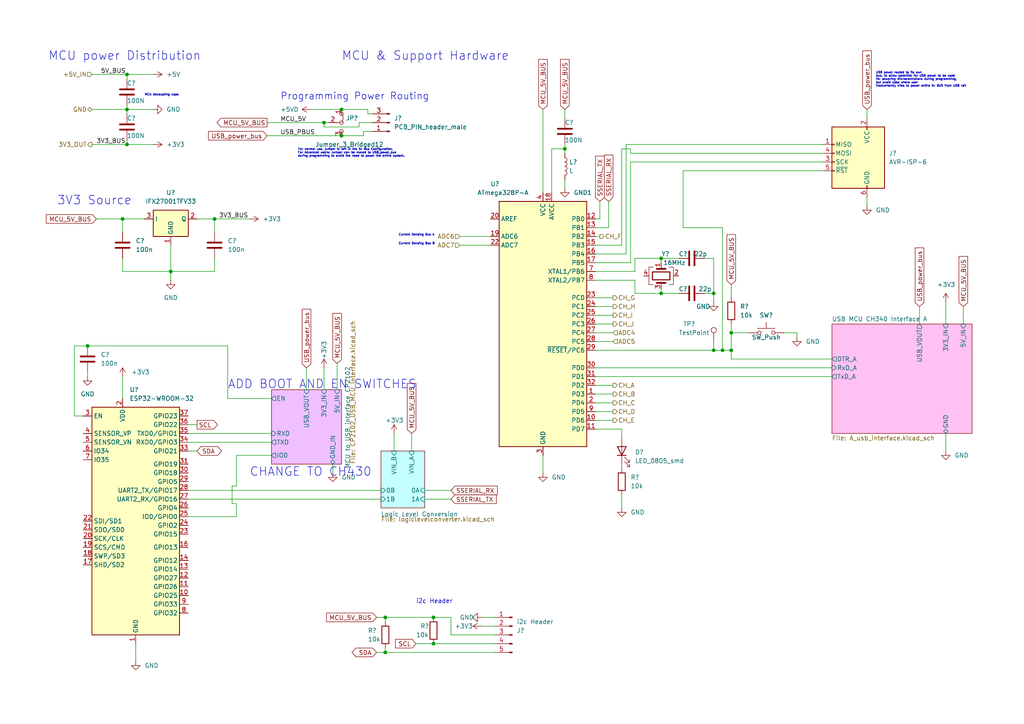
<source format=kicad_sch>
(kicad_sch (version 20211123) (generator eeschema)
  (paper "A4")
  (lib_symbols
    (symbol "000_Capacitor_film_immo:cap_film_0805" (pin_numbers hide) (pin_names (offset 0.254))
      (property "Reference" "C" (at 0.635 2.54 0))
      (property "Value" "cap_film_0805" (at 0.635 -2.54 0))
      (symbol "cap_film_0805_0_1"
        (polyline (pts (xy -2.032 -0.762) (xy 2.032 -0.762)) (stroke (width 0.508)))
        (polyline (pts (xy -2.032 0.762) (xy 2.032 0.762)) (stroke (width 0.508)))
      )
      (symbol "cap_film_0805_1_1"
        (pin passive line (at 0 3.81 270) (length 2.794) (name "~") (number "1"))
        (pin passive line (at 0 -3.81 90) (length 2.794) (name "~") (number "2"))
      )
    )
    (symbol "000_Connectors_Immo:Jumper_3_Bridged12" (pin_names (offset 0) hide)
      (property "Reference" "JP" (at -2.54 -2.54 0))
      (property "Value" "Jumper_3_Bridged12" (at 0 2.794 0))
      (symbol "Jumper_3_Bridged12_0_0"
        (circle (center -2.54 0) (radius 0.508))
        (circle (center 0 0) (radius 0.508))
        (circle (center 2.54 0) (radius 0.508))
      )
      (symbol "Jumper_3_Bridged12_0_1"
        (arc (start 0 -0.0807) (mid -1.27 0.4699) (end -2.54 -0.0807))
        (polyline (pts (xy 0 -1.27) (xy 0 -0.508)))
      )
      (symbol "Jumper_3_Bridged12_1_1"
        (pin passive line (at -3.81 0 0) (length 1.27) (name "A") (number "1"))
        (pin input line (at 0 -3.81 90) (length 2.54) (name "C") (number "2"))
        (pin passive line (at 3.81 0 180) (length 1.27) (name "B") (number "3"))
      )
    )
    (symbol "000_Diodes_Immo:LED_0805_smd" (pin_numbers hide) (pin_names (offset 1.016) hide)
      (property "Reference" "D" (at 0 2.54 0))
      (property "Value" "LED_0805_smd" (at 0 -3.81 0))
      (symbol "LED_0805_smd_0_1"
        (polyline (pts (xy -1.27 -1.27) (xy -1.27 1.27)) (stroke (width 0.254)))
        (polyline (pts (xy -1.27 0) (xy 1.27 0)))
        (polyline (pts (xy 1.27 -1.27) (xy 1.27 1.27) (xy -1.27 0) (xy 1.27 -1.27)) (stroke (width 0.254)))
        (polyline (pts (xy -3.048 -0.762) (xy -4.572 -2.286) (xy -3.81 -2.286) (xy -4.572 -2.286) (xy -4.572 -1.524)))
        (polyline (pts (xy -1.778 -0.762) (xy -3.302 -2.286) (xy -2.54 -2.286) (xy -3.302 -2.286) (xy -3.302 -1.524)))
      )
      (symbol "LED_0805_smd_1_1"
        (pin passive line (at -3.81 0 0) (length 2.54) (name "K") (number "1"))
        (pin passive line (at 3.81 0 180) (length 2.54) (name "A") (number "2"))
      )
    )
    (symbol "000_MCU_microcontrollers_Immo:ESP32-WROOM-32"
      (property "Reference" "U" (at -12.7 34.29 0))
      (property "Value" "ESP32-WROOM-32" (at 1.27 34.29 0))
      (symbol "ESP32-WROOM-32_0_1"
        (rectangle (start -12.7 33.02) (end 12.7 -33.02) (stroke (width 0.254)) (fill (type background)))
      )
      (symbol "ESP32-WROOM-32_1_1"
        (pin power_in line (at 0 -35.56 90) (length 2.54) (name "GND") (number "1"))
        (pin bidirectional line (at 15.24 -21.59 180) (length 2.54) (name "GPIO25") (number "10"))
        (pin bidirectional line (at 15.24 -19.05 180) (length 2.54) (name "GPIO26") (number "11"))
        (pin bidirectional line (at 15.24 -16.51 180) (length 2.54) (name "GPIO27") (number "12"))
        (pin bidirectional line (at 15.24 -13.97 180) (length 2.54) (name "GPIO14") (number "13"))
        (pin bidirectional line (at 15.24 -11.43 180) (length 2.54) (name "GPIO12") (number "14"))
        (pin passive line (at -2.54 -35.56 90) (length 2.54) hide (name "GND") (number "15"))
        (pin bidirectional line (at 15.24 -7.62 180) (length 2.54) (name "GPIO13") (number "16"))
        (pin bidirectional line (at -15.24 -12.7 0) (length 2.54) (name "SHD/SD2") (number "17"))
        (pin bidirectional line (at -15.24 -10.16 0) (length 2.54) (name "SWP/SD3") (number "18"))
        (pin bidirectional line (at -15.24 -7.62 0) (length 2.54) (name "SCS/CMD") (number "19"))
        (pin power_in line (at -3.81 35.56 270) (length 2.54) (name "VDD") (number "2"))
        (pin bidirectional line (at -15.24 -5.08 0) (length 2.54) (name "SCK/CLK") (number "20"))
        (pin bidirectional line (at -15.24 -2.54 0) (length 2.54) (name "SDO/SD0") (number "21"))
        (pin bidirectional line (at -15.24 0 0) (length 2.54) (name "SDI/SD1") (number "22"))
        (pin bidirectional line (at 15.24 -3.81 180) (length 2.54) (name "GPIO15") (number "23"))
        (pin bidirectional line (at 15.24 -1.27 180) (length 2.54) (name "GPIO2") (number "24"))
        (pin bidirectional line (at 15.24 1.27 180) (length 2.54) (name "IO0/GPIO0") (number "25"))
        (pin bidirectional line (at 15.24 3.81 180) (length 2.54) (name "GPIO4") (number "26"))
        (pin bidirectional line (at 15.24 6.35 180) (length 2.54) (name "UART2_RX/GPIO16") (number "27"))
        (pin bidirectional line (at 15.24 8.89 180) (length 2.54) (name "UART2_TX/GPIO17") (number "28"))
        (pin bidirectional line (at 15.24 11.43 180) (length 2.54) (name "GPIO5") (number "29"))
        (pin input line (at -15.24 30.48 0) (length 2.54) (name "EN") (number "3"))
        (pin bidirectional line (at 15.24 13.97 180) (length 2.54) (name "GPIO18") (number "30"))
        (pin bidirectional line (at 15.24 16.51 180) (length 2.54) (name "GPIO19") (number "31"))
        (pin no_connect line (at -12.7 -27.94 0) (length 2.54) hide (name "NC") (number "32"))
        (pin bidirectional line (at 15.24 20.32 180) (length 2.54) (name "GPIO21") (number "33"))
        (pin bidirectional line (at 15.24 22.86 180) (length 2.54) (name "RXD0/GPIO3") (number "34"))
        (pin bidirectional line (at 15.24 25.4 180) (length 2.54) (name "TXD0/GPIO1") (number "35"))
        (pin bidirectional line (at 15.24 27.94 180) (length 2.54) (name "GPIO22") (number "36"))
        (pin bidirectional line (at 15.24 30.48 180) (length 2.54) (name "GPIO23") (number "37"))
        (pin passive line (at 2.54 -35.56 90) (length 2.54) hide (name "GND") (number "38"))
        (pin passive line (at -5.08 -35.56 90) (length 2.54) hide (name "GND") (number "39"))
        (pin input line (at -15.24 25.4 0) (length 2.54) (name "SENSOR_VP") (number "4"))
        (pin input line (at -15.24 22.86 0) (length 2.54) (name "SENSOR_VN") (number "5"))
        (pin input line (at -15.24 20.32 0) (length 2.54) (name "IO34") (number "6"))
        (pin input line (at -15.24 17.78 0) (length 2.54) (name "IO35") (number "7"))
        (pin bidirectional line (at 15.24 -26.67 180) (length 2.54) (name "GPIO32") (number "8"))
        (pin bidirectional line (at 15.24 -24.13 180) (length 2.54) (name "GPIO33") (number "9"))
      )
    )
    (symbol "000_Resistors_Immo:Resistor_0805" (pin_numbers hide) (pin_names (offset 0))
      (property "Reference" "R?" (at 2.54 1.2701 0))
      (property "Value" "Resistor_0805" (at 2.54 -1.2699 0))
      (symbol "Resistor_0805_0_1"
        (rectangle (start -1.016 -2.54) (end 1.016 2.54) (stroke (width 0.254)))
      )
      (symbol "Resistor_0805_1_1"
        (pin passive line (at 0 3.81 270) (length 1.27) (name "~") (number "1"))
        (pin passive line (at 0 -3.81 90) (length 1.27) (name "~") (number "2"))
      )
    )
    (symbol "Connector:AVR-ISP-6" (pin_names (offset 1.016))
      (property "Reference" "J" (at -6.35 11.43 0))
      (property "Value" "AVR-ISP-6" (at 0 11.43 0))
      (symbol "AVR-ISP-6_0_1"
        (rectangle (start -2.667 -6.858) (end -2.413 -7.62))
        (rectangle (start -2.667 10.16) (end -2.413 9.398))
        (rectangle (start 7.62 -2.413) (end 6.858 -2.667))
        (rectangle (start 7.62 0.127) (end 6.858 -0.127))
        (rectangle (start 7.62 2.667) (end 6.858 2.413))
        (rectangle (start 7.62 5.207) (end 6.858 4.953))
        (rectangle (start 7.62 10.16) (end -7.62 -7.62) (stroke (width 0.254)) (fill (type background)))
      )
      (symbol "AVR-ISP-6_1_1"
        (pin passive line (at 10.16 5.08 180) (length 2.54) (name "MISO") (number "1"))
        (pin passive line (at -2.54 12.7 270) (length 2.54) (name "VCC") (number "2"))
        (pin passive line (at 10.16 0 180) (length 2.54) (name "SCK") (number "3"))
        (pin passive line (at 10.16 2.54 180) (length 2.54) (name "MOSI") (number "4"))
        (pin passive line (at 10.16 -2.54 180) (length 2.54) (name "~{RST}") (number "5"))
        (pin passive line (at -2.54 -10.16 90) (length 2.54) (name "GND") (number "6"))
      )
    )
    (symbol "Connector:Conn_01x03_Male" (pin_names (offset 1.016) hide)
      (property "Reference" "J" (at 0 5.08 0))
      (property "Value" "Conn_01x03_Male" (at 0 -5.08 0))
      (symbol "Conn_01x03_Male_1_1"
        (polyline (pts (xy 1.27 -2.54) (xy 0.8636 -2.54)) (stroke (width 0.1524)))
        (polyline (pts (xy 1.27 0) (xy 0.8636 0)) (stroke (width 0.1524)))
        (polyline (pts (xy 1.27 2.54) (xy 0.8636 2.54)) (stroke (width 0.1524)))
        (rectangle (start 0.8636 -2.413) (end 0 -2.667) (stroke (width 0.1524)) (fill (type outline)))
        (rectangle (start 0.8636 0.127) (end 0 -0.127) (stroke (width 0.1524)) (fill (type outline)))
        (rectangle (start 0.8636 2.667) (end 0 2.413) (stroke (width 0.1524)) (fill (type outline)))
        (pin passive line (at 5.08 2.54 180) (length 3.81) (name "Pin_1") (number "1"))
        (pin passive line (at 5.08 0 180) (length 3.81) (name "Pin_2") (number "2"))
        (pin passive line (at 5.08 -2.54 180) (length 3.81) (name "Pin_3") (number "3"))
      )
    )
    (symbol "Connector:Conn_01x05_Male" (pin_names (offset 1.016) hide)
      (property "Reference" "J" (at 0 7.62 0))
      (property "Value" "Conn_01x05_Male" (at 0 -7.62 0))
      (symbol "Conn_01x05_Male_1_1"
        (polyline (pts (xy 1.27 -5.08) (xy 0.8636 -5.08)) (stroke (width 0.1524)))
        (polyline (pts (xy 1.27 -2.54) (xy 0.8636 -2.54)) (stroke (width 0.1524)))
        (polyline (pts (xy 1.27 0) (xy 0.8636 0)) (stroke (width 0.1524)))
        (polyline (pts (xy 1.27 2.54) (xy 0.8636 2.54)) (stroke (width 0.1524)))
        (polyline (pts (xy 1.27 5.08) (xy 0.8636 5.08)) (stroke (width 0.1524)))
        (rectangle (start 0.8636 -4.953) (end 0 -5.207) (stroke (width 0.1524)) (fill (type outline)))
        (rectangle (start 0.8636 -2.413) (end 0 -2.667) (stroke (width 0.1524)) (fill (type outline)))
        (rectangle (start 0.8636 0.127) (end 0 -0.127) (stroke (width 0.1524)) (fill (type outline)))
        (rectangle (start 0.8636 2.667) (end 0 2.413) (stroke (width 0.1524)) (fill (type outline)))
        (rectangle (start 0.8636 5.207) (end 0 4.953) (stroke (width 0.1524)) (fill (type outline)))
        (pin passive line (at 5.08 5.08 180) (length 3.81) (name "Pin_1") (number "1"))
        (pin passive line (at 5.08 2.54 180) (length 3.81) (name "Pin_2") (number "2"))
        (pin passive line (at 5.08 0 180) (length 3.81) (name "Pin_3") (number "3"))
        (pin passive line (at 5.08 -2.54 180) (length 3.81) (name "Pin_4") (number "4"))
        (pin passive line (at 5.08 -5.08 180) (length 3.81) (name "Pin_5") (number "5"))
      )
    )
    (symbol "Connector:TestPoint" (pin_numbers hide) (pin_names (offset 0.762) hide)
      (property "Reference" "TP" (at 0 6.858 0))
      (property "Value" "TestPoint" (at 0 5.08 0))
      (symbol "TestPoint_0_1"
        (circle (center 0 3.302) (radius 0.762))
      )
      (symbol "TestPoint_1_1"
        (pin passive line (at 0 0 90) (length 2.54) (name "1") (number "1"))
      )
    )
    (symbol "Device:Crystal_GND24" (pin_names (offset 1.016) hide)
      (property "Reference" "Y" (at 3.175 5.08 0))
      (property "Value" "Crystal_GND24" (at 3.175 3.175 0))
      (symbol "Crystal_GND24_0_1"
        (rectangle (start -1.143 2.54) (end 1.143 -2.54) (stroke (width 0.3048)))
        (polyline (pts (xy -2.54 0) (xy -2.032 0)))
        (polyline (pts (xy -2.032 -1.27) (xy -2.032 1.27)) (stroke (width 0.508)))
        (polyline (pts (xy 0 -3.81) (xy 0 -3.556)))
        (polyline (pts (xy 0 3.556) (xy 0 3.81)))
        (polyline (pts (xy 2.032 -1.27) (xy 2.032 1.27)) (stroke (width 0.508)))
        (polyline (pts (xy 2.032 0) (xy 2.54 0)))
        (polyline (pts (xy -2.54 -2.286) (xy -2.54 -3.556) (xy 2.54 -3.556) (xy 2.54 -2.286)))
        (polyline (pts (xy -2.54 2.286) (xy -2.54 3.556) (xy 2.54 3.556) (xy 2.54 2.286)))
      )
      (symbol "Crystal_GND24_1_1"
        (pin passive line (at -3.81 0 0) (length 1.27) (name "1") (number "1"))
        (pin passive line (at 0 5.08 270) (length 1.27) (name "2") (number "2"))
        (pin passive line (at 3.81 0 180) (length 1.27) (name "3") (number "3"))
        (pin passive line (at 0 -5.08 90) (length 1.27) (name "4") (number "4"))
      )
    )
    (symbol "Device:L" (pin_numbers hide) (pin_names (offset 1.016) hide)
      (property "Reference" "L" (at -1.27 0 90))
      (property "Value" "L" (at 1.905 0 90))
      (symbol "L_0_1"
        (arc (start 0 -2.54) (mid 0.635 -1.905) (end 0 -1.27))
        (arc (start 0 -1.27) (mid 0.635 -0.635) (end 0 0))
        (arc (start 0 0) (mid 0.635 0.635) (end 0 1.27))
        (arc (start 0 1.27) (mid 0.635 1.905) (end 0 2.54))
      )
      (symbol "L_1_1"
        (pin passive line (at 0 3.81 270) (length 1.27) (name "1") (number "1"))
        (pin passive line (at 0 -3.81 90) (length 1.27) (name "2") (number "2"))
      )
    )
    (symbol "MCU_Microchip_ATmega:ATmega328P-A"
      (property "Reference" "U" (at -12.7 36.83 0))
      (property "Value" "ATmega328P-A" (at 2.54 -36.83 0))
      (symbol "ATmega328P-A_0_1"
        (rectangle (start -12.7 -35.56) (end 12.7 35.56) (stroke (width 0.254)) (fill (type background)))
      )
      (symbol "ATmega328P-A_1_1"
        (pin bidirectional line (at 15.24 -20.32 180) (length 2.54) (name "PD3") (number "1"))
        (pin bidirectional line (at 15.24 -27.94 180) (length 2.54) (name "PD6") (number "10"))
        (pin bidirectional line (at 15.24 -30.48 180) (length 2.54) (name "PD7") (number "11"))
        (pin bidirectional line (at 15.24 30.48 180) (length 2.54) (name "PB0") (number "12"))
        (pin bidirectional line (at 15.24 27.94 180) (length 2.54) (name "PB1") (number "13"))
        (pin bidirectional line (at 15.24 25.4 180) (length 2.54) (name "PB2") (number "14"))
        (pin bidirectional line (at 15.24 22.86 180) (length 2.54) (name "PB3") (number "15"))
        (pin bidirectional line (at 15.24 20.32 180) (length 2.54) (name "PB4") (number "16"))
        (pin bidirectional line (at 15.24 17.78 180) (length 2.54) (name "PB5") (number "17"))
        (pin power_in line (at 2.54 38.1 270) (length 2.54) (name "AVCC") (number "18"))
        (pin input line (at -15.24 25.4 0) (length 2.54) (name "ADC6") (number "19"))
        (pin bidirectional line (at 15.24 -22.86 180) (length 2.54) (name "PD4") (number "2"))
        (pin passive line (at -15.24 30.48 0) (length 2.54) (name "AREF") (number "20"))
        (pin passive line (at 0 -38.1 90) (length 2.54) hide (name "GND") (number "21"))
        (pin input line (at -15.24 22.86 0) (length 2.54) (name "ADC7") (number "22"))
        (pin bidirectional line (at 15.24 7.62 180) (length 2.54) (name "PC0") (number "23"))
        (pin bidirectional line (at 15.24 5.08 180) (length 2.54) (name "PC1") (number "24"))
        (pin bidirectional line (at 15.24 2.54 180) (length 2.54) (name "PC2") (number "25"))
        (pin bidirectional line (at 15.24 0 180) (length 2.54) (name "PC3") (number "26"))
        (pin bidirectional line (at 15.24 -2.54 180) (length 2.54) (name "PC4") (number "27"))
        (pin bidirectional line (at 15.24 -5.08 180) (length 2.54) (name "PC5") (number "28"))
        (pin bidirectional line (at 15.24 -7.62 180) (length 2.54) (name "~{RESET}/PC6") (number "29"))
        (pin power_in line (at 0 -38.1 90) (length 2.54) (name "GND") (number "3"))
        (pin bidirectional line (at 15.24 -12.7 180) (length 2.54) (name "PD0") (number "30"))
        (pin bidirectional line (at 15.24 -15.24 180) (length 2.54) (name "PD1") (number "31"))
        (pin bidirectional line (at 15.24 -17.78 180) (length 2.54) (name "PD2") (number "32"))
        (pin power_in line (at 0 38.1 270) (length 2.54) (name "VCC") (number "4"))
        (pin passive line (at 0 -38.1 90) (length 2.54) hide (name "GND") (number "5"))
        (pin passive line (at 0 38.1 270) (length 2.54) hide (name "VCC") (number "6"))
        (pin bidirectional line (at 15.24 15.24 180) (length 2.54) (name "XTAL1/PB6") (number "7"))
        (pin bidirectional line (at 15.24 12.7 180) (length 2.54) (name "XTAL2/PB7") (number "8"))
        (pin bidirectional line (at 15.24 -25.4 180) (length 2.54) (name "PD5") (number "9"))
      )
    )
    (symbol "Regulator_Linear:IFX27001TFV33"
      (property "Reference" "U" (at 0 6.35 0))
      (property "Value" "IFX27001TFV33" (at 0 3.81 0))
      (symbol "IFX27001TFV33_1_1"
        (rectangle (start -5.08 2.54) (end 5.08 -5.08) (stroke (width 0.254)) (fill (type background)))
        (pin power_in line (at 0 -7.62 90) (length 2.54) (name "GND") (number "1"))
        (pin power_out line (at 7.62 0 180) (length 2.54) (name "Q") (number "2"))
        (pin power_in line (at -7.62 0 0) (length 2.54) (name "I") (number "3"))
      )
    )
    (symbol "Switch:SW_Push" (pin_numbers hide) (pin_names (offset 1.016) hide)
      (property "Reference" "SW" (at 1.27 2.54 0))
      (property "Value" "SW_Push" (at 0 -1.524 0))
      (symbol "SW_Push_0_1"
        (circle (center -2.032 0) (radius 0.508))
        (polyline (pts (xy 0 1.27) (xy 0 3.048)))
        (polyline (pts (xy 2.54 1.27) (xy -2.54 1.27)))
        (circle (center 2.032 0) (radius 0.508))
        (pin passive line (at -5.08 0 0) (length 2.54) (name "1") (number "1"))
        (pin passive line (at 5.08 0 180) (length 2.54) (name "2") (number "2"))
      )
    )
    (symbol "power:+3V3" (power) (pin_names (offset 0))
      (property "Value" "+3V3" (at 0 3.556 0))
      (symbol "+3V3_0_1"
        (polyline (pts (xy -0.762 1.27) (xy 0 2.54)))
        (polyline (pts (xy 0 0) (xy 0 2.54)))
        (polyline (pts (xy 0 2.54) (xy 0.762 1.27)))
      )
      (symbol "+3V3_1_1"
        (pin power_in line (at 0 0 90) (length 0) hide (name "+3V3") (number "1"))
      )
    )
    (symbol "power:+5V" (power) (pin_names (offset 0))
      (property "Value" "+5V" (at 0 3.556 0))
      (symbol "+5V_0_1"
        (polyline (pts (xy -0.762 1.27) (xy 0 2.54)))
        (polyline (pts (xy 0 0) (xy 0 2.54)))
        (polyline (pts (xy 0 2.54) (xy 0.762 1.27)))
      )
      (symbol "+5V_1_1"
        (pin power_in line (at 0 0 90) (length 0) hide (name "+5V") (number "1"))
      )
    )
    (symbol "power:+5VD" (power) (pin_names (offset 0))
      (property "Value" "+5VD" (at 0 3.556 0))
      (symbol "+5VD_0_1"
        (polyline (pts (xy -0.762 1.27) (xy 0 2.54)))
        (polyline (pts (xy 0 0) (xy 0 2.54)))
        (polyline (pts (xy 0 2.54) (xy 0.762 1.27)))
      )
      (symbol "+5VD_1_1"
        (pin power_in line (at 0 0 90) (length 0) hide (name "+5VD") (number "1"))
      )
    )
    (symbol "power:GND" (power) (pin_names (offset 0))
      (property "Value" "GND" (at 0 -3.81 0))
      (symbol "GND_0_1"
        (polyline (pts (xy 0 0) (xy 0 -1.27) (xy 1.27 -1.27) (xy 0 -2.54) (xy -1.27 -1.27) (xy 0 -1.27)))
      )
      (symbol "GND_1_1"
        (pin power_in line (at 0 0 270) (length 0) hide (name "GND") (number "1"))
      )
    )
    (symbol "power:GND1" (power) (pin_names (offset 0))
      (property "Value" "GND1" (at 0 -3.81 0))
      (symbol "GND1_0_1"
        (polyline (pts (xy 0 0) (xy 0 -1.27) (xy 1.27 -1.27) (xy 0 -2.54) (xy -1.27 -1.27) (xy 0 -1.27)))
      )
      (symbol "GND1_1_1"
        (pin power_in line (at 0 0 270) (length 0) hide (name "GND1") (number "1"))
      )
    )
  )
  (junction (at 207.01 101.6))
  (junction (at 209.55 101.6))
  (junction (at 35.56 63.5))
  (junction (at 125.73 186.69))
  (junction (at 36.83 21.59))
  (junction (at 191.77 85.09))
  (junction (at 36.83 31.75))
  (junction (at 207.01 85.09))
  (junction (at 212.09 101.6))
  (junction (at 62.23 63.5))
  (junction (at 49.53 78.74))
  (junction (at 36.83 41.91))
  (junction (at 163.83 43.18))
  (junction (at 25.4 100.33))
  (junction (at 99.06 31.75))
  (junction (at 191.77 74.93))
  (junction (at 212.09 96.52))
  (junction (at 93.98 35.56))
  (junction (at 111.76 189.23))
  (junction (at 99.06 39.37))
  (junction (at 125.73 179.07))
  (junction (at 111.76 179.07))
  (wire (pts (xy 172.72 106.68) (xy 241.3 106.68)))
  (wire (pts (xy 207.01 85.09) (xy 204.47 85.09)))
  (wire (pts (xy 172.72 68.58) (xy 173.99 68.58)))
  (wire (pts (xy 251.46 57.15) (xy 251.46 59.69)))
  (wire (pts (xy 266.7 88.9) (xy 266.7 93.98)))
  (wire (pts (xy 184.15 78.74) (xy 184.15 74.93)))
  (wire (pts (xy 251.46 31.75) (xy 251.46 34.29)))
  (wire (pts (xy 35.56 109.22) (xy 35.56 115.57)))
  (wire (pts (xy 36.83 41.91) (xy 44.45 41.91)))
  (wire (pts (xy 54.61 130.81) (xy 57.15 130.81)))
  (wire (pts (xy 238.76 49.53) (xy 198.12 49.53)))
  (wire (pts (xy 180.34 43.18) (xy 182.88 43.18)))
  (wire (pts (xy 27.94 63.5) (xy 35.56 63.5)))
  (wire (pts (xy 125.73 179.07) (xy 130.81 179.07)))
  (wire (pts (xy 35.56 63.5) (xy 41.91 63.5)))
  (wire (pts (xy 212.09 101.6) (xy 209.55 101.6)))
  (wire (pts (xy 67.31 140.97) (xy 68.58 140.97)))
  (wire (pts (xy 36.83 31.75) (xy 44.45 31.75)))
  (wire (pts (xy 25.4 107.95) (xy 25.4 109.22)))
  (wire (pts (xy 163.83 52.07) (xy 163.83 54.61)))
  (wire (pts (xy 184.15 74.93) (xy 191.77 74.93)))
  (wire (pts (xy 238.76 44.45) (xy 182.88 44.45)))
  (wire (pts (xy 227.33 96.52) (xy 231.14 96.52)))
  (wire (pts (xy 172.72 101.6) (xy 207.01 101.6)))
  (wire (pts (xy 77.47 39.37) (xy 99.06 39.37)))
  (wire (pts (xy 207.01 74.93) (xy 207.01 85.09)))
  (wire (pts (xy 36.83 40.64) (xy 36.83 41.91)))
  (wire (pts (xy 49.53 78.74) (xy 62.23 78.74)))
  (wire (pts (xy 172.72 96.52) (xy 177.8 96.52)))
  (wire (pts (xy 180.34 134.62) (xy 180.34 135.89)))
  (wire (pts (xy 204.47 74.93) (xy 207.01 74.93)))
  (wire (pts (xy 172.72 99.06) (xy 177.8 99.06)))
  (wire (pts (xy 163.83 31.75) (xy 163.83 34.29)))
  (wire (pts (xy 182.88 76.2) (xy 182.88 46.99)))
  (wire (pts (xy 139.7 181.61) (xy 143.51 181.61)))
  (wire (pts (xy 209.55 66.04) (xy 209.55 101.6)))
  (wire (pts (xy 114.3 125.73) (xy 114.3 130.81)))
  (wire (pts (xy 26.67 21.59) (xy 36.83 21.59)))
  (wire (pts (xy 67.31 140.97) (xy 67.31 146.05)))
  (wire (pts (xy 241.3 104.14) (xy 212.09 104.14)))
  (wire (pts (xy 191.77 83.82) (xy 191.77 85.09)))
  (wire (pts (xy 88.9 106.68) (xy 88.9 113.03)))
  (wire (pts (xy 172.72 91.44) (xy 177.8 91.44)))
  (wire (pts (xy 172.72 119.38) (xy 177.8 119.38)))
  (wire (pts (xy 182.88 46.99) (xy 238.76 46.99)))
  (wire (pts (xy 191.77 85.09) (xy 184.15 85.09)))
  (wire (pts (xy 54.61 144.78) (xy 110.49 144.78)))
  (wire (pts (xy 54.61 149.86) (xy 68.58 149.86)))
  (wire (pts (xy 68.58 140.97) (xy 68.58 132.08)))
  (wire (pts (xy 274.32 125.73) (xy 274.32 130.81)))
  (wire (pts (xy 182.88 43.18) (xy 182.88 44.45)))
  (wire (pts (xy 90.17 31.75) (xy 99.06 31.75)))
  (wire (pts (xy 212.09 96.52) (xy 212.09 101.6)))
  (wire (pts (xy 99.06 31.75) (xy 106.68 31.75)))
  (wire (pts (xy 93.98 35.56) (xy 95.25 35.56)))
  (wire (pts (xy 36.83 21.59) (xy 44.45 21.59)))
  (wire (pts (xy 172.72 73.66) (xy 181.61 73.66)))
  (wire (pts (xy 172.72 86.36) (xy 177.8 86.36)))
  (wire (pts (xy 212.09 96.52) (xy 217.17 96.52)))
  (wire (pts (xy 157.48 132.08) (xy 157.48 137.16)))
  (wire (pts (xy 105.41 39.37) (xy 105.41 38.1)))
  (wire (pts (xy 172.72 88.9) (xy 177.8 88.9)))
  (wire (pts (xy 109.22 189.23) (xy 111.76 189.23)))
  (wire (pts (xy 104.14 36.83) (xy 104.14 35.56)))
  (wire (pts (xy 54.61 125.73) (xy 78.74 125.73)))
  (wire (pts (xy 57.15 63.5) (xy 62.23 63.5)))
  (wire (pts (xy 54.61 128.27) (xy 78.74 128.27)))
  (wire (pts (xy 125.73 186.69) (xy 143.51 186.69)))
  (wire (pts (xy 119.38 125.73) (xy 119.38 130.81)))
  (wire (pts (xy 274.32 87.63) (xy 274.32 93.98)))
  (wire (pts (xy 160.02 55.88) (xy 160.02 43.18)))
  (wire (pts (xy 191.77 74.93) (xy 191.77 76.2)))
  (wire (pts (xy 180.34 43.18) (xy 180.34 71.12)))
  (wire (pts (xy 172.72 111.76) (xy 177.8 111.76)))
  (wire (pts (xy 130.81 179.07) (xy 130.81 184.15)))
  (wire (pts (xy 105.41 38.1) (xy 107.95 38.1)))
  (wire (pts (xy 279.4 88.9) (xy 279.4 93.98)))
  (wire (pts (xy 172.72 76.2) (xy 182.88 76.2)))
  (wire (pts (xy 212.09 101.6) (xy 212.09 104.14)))
  (wire (pts (xy 66.04 115.57) (xy 78.74 115.57)))
  (wire (pts (xy 180.34 127) (xy 180.34 124.46)))
  (wire (pts (xy 123.19 142.24) (xy 130.81 142.24)))
  (wire (pts (xy 198.12 49.53) (xy 198.12 66.04)))
  (wire (pts (xy 133.35 71.12) (xy 142.24 71.12)))
  (wire (pts (xy 163.83 43.18) (xy 163.83 44.45)))
  (wire (pts (xy 120.65 186.69) (xy 125.73 186.69)))
  (wire (pts (xy 172.72 114.3) (xy 177.8 114.3)))
  (wire (pts (xy 180.34 124.46) (xy 172.72 124.46)))
  (wire (pts (xy 99.06 39.37) (xy 105.41 39.37)))
  (wire (pts (xy 54.61 123.19) (xy 57.15 123.19)))
  (wire (pts (xy 172.72 116.84) (xy 177.8 116.84)))
  (wire (pts (xy 133.35 68.58) (xy 142.24 68.58)))
  (wire (pts (xy 26.67 41.91) (xy 36.83 41.91)))
  (wire (pts (xy 180.34 71.12) (xy 172.72 71.12)))
  (wire (pts (xy 198.12 66.04) (xy 209.55 66.04)))
  (wire (pts (xy 62.23 74.93) (xy 62.23 78.74)))
  (wire (pts (xy 104.14 35.56) (xy 107.95 35.56)))
  (wire (pts (xy 207.01 99.06) (xy 207.01 101.6)))
  (wire (pts (xy 24.13 120.65) (xy 21.59 120.65)))
  (wire (pts (xy 93.98 36.83) (xy 104.14 36.83)))
  (wire (pts (xy 93.98 106.68) (xy 93.98 113.03)))
  (wire (pts (xy 207.01 101.6) (xy 209.55 101.6)))
  (wire (pts (xy 172.72 63.5) (xy 173.99 63.5)))
  (wire (pts (xy 160.02 43.18) (xy 163.83 43.18)))
  (wire (pts (xy 172.72 78.74) (xy 184.15 78.74)))
  (wire (pts (xy 36.83 30.48) (xy 36.83 31.75)))
  (wire (pts (xy 231.14 96.52) (xy 231.14 97.79)))
  (wire (pts (xy 62.23 63.5) (xy 72.39 63.5)))
  (wire (pts (xy 68.58 132.08) (xy 78.74 132.08)))
  (wire (pts (xy 191.77 85.09) (xy 196.85 85.09)))
  (wire (pts (xy 36.83 21.59) (xy 36.83 22.86)))
  (wire (pts (xy 49.53 78.74) (xy 35.56 78.74)))
  (wire (pts (xy 77.47 35.56) (xy 93.98 35.56)))
  (wire (pts (xy 176.53 66.04) (xy 172.72 66.04)))
  (wire (pts (xy 109.22 179.07) (xy 111.76 179.07)))
  (wire (pts (xy 111.76 179.07) (xy 111.76 180.34)))
  (wire (pts (xy 184.15 85.09) (xy 184.15 81.28)))
  (wire (pts (xy 181.61 41.91) (xy 181.61 73.66)))
  (wire (pts (xy 106.68 31.75) (xy 106.68 33.02)))
  (wire (pts (xy 26.67 31.75) (xy 36.83 31.75)))
  (wire (pts (xy 49.53 78.74) (xy 49.53 81.28)))
  (wire (pts (xy 172.72 93.98) (xy 177.8 93.98)))
  (wire (pts (xy 212.09 82.55) (xy 212.09 86.36)))
  (wire (pts (xy 35.56 63.5) (xy 35.56 67.31)))
  (wire (pts (xy 39.37 186.69) (xy 39.37 191.77)))
  (wire (pts (xy 111.76 189.23) (xy 143.51 189.23)))
  (wire (pts (xy 180.34 143.51) (xy 180.34 147.32)))
  (wire (pts (xy 36.83 31.75) (xy 36.83 33.02)))
  (wire (pts (xy 21.59 100.33) (xy 25.4 100.33)))
  (wire (pts (xy 163.83 41.91) (xy 163.83 43.18)))
  (wire (pts (xy 191.77 74.93) (xy 196.85 74.93)))
  (wire (pts (xy 68.58 146.05) (xy 67.31 146.05)))
  (wire (pts (xy 130.81 184.15) (xy 143.51 184.15)))
  (wire (pts (xy 25.4 100.33) (xy 66.04 100.33)))
  (wire (pts (xy 172.72 109.22) (xy 241.3 109.22)))
  (wire (pts (xy 49.53 71.12) (xy 49.53 78.74)))
  (wire (pts (xy 212.09 96.52) (xy 212.09 93.98)))
  (wire (pts (xy 62.23 63.5) (xy 62.23 67.31)))
  (wire (pts (xy 93.98 35.56) (xy 93.98 36.83)))
  (wire (pts (xy 176.53 58.42) (xy 176.53 66.04)))
  (wire (pts (xy 123.19 144.78) (xy 130.81 144.78)))
  (wire (pts (xy 157.48 31.75) (xy 157.48 55.88)))
  (wire (pts (xy 54.61 142.24) (xy 110.49 142.24)))
  (wire (pts (xy 106.68 33.02) (xy 107.95 33.02)))
  (wire (pts (xy 172.72 121.92) (xy 177.8 121.92)))
  (wire (pts (xy 184.15 81.28) (xy 172.72 81.28)))
  (wire (pts (xy 173.99 63.5) (xy 173.99 58.42)))
  (wire (pts (xy 35.56 74.93) (xy 35.56 78.74)))
  (wire (pts (xy 21.59 120.65) (xy 21.59 100.33)))
  (wire (pts (xy 139.7 179.07) (xy 143.51 179.07)))
  (wire (pts (xy 97.79 113.03) (xy 97.79 105.41)))
  (wire (pts (xy 111.76 179.07) (xy 125.73 179.07)))
  (wire (pts (xy 111.76 187.96) (xy 111.76 189.23)))
  (wire (pts (xy 96.52 134.62) (xy 96.52 137.16)))
  (wire (pts (xy 66.04 100.33) (xy 66.04 115.57)))
  (wire (pts (xy 68.58 149.86) (xy 68.58 146.05)))
  (wire (pts (xy 238.76 41.91) (xy 181.61 41.91)))
  (wire (pts (xy 207.01 85.09) (xy 207.01 87.63)))
  (text "MCU decoupling caps" (at 41.91 27.94 0) (effects (font (size 0.6 0.6)) (justify left bottom)))
  (text "MCU & Support Hardware" (at 99.06 17.78 0) (effects (font (size 2.5 2.5)) (justify left bottom)))
  (text "MCU power Distribution" (at 13.97 17.78 0) (effects (font (size 2.5 2.5)) (justify left bottom)))
  (text "USB power routed to its own\nbus, to allow potential for USB power to be used\nfor powering microcontrollers during programming, \nbut avoid case where user\ninadvertently tries to power entire 5v BUS from USB rail" (at 254 25.4 0) (effects (font (size 0.6 0.6)) (justify left bottom)))
  (text "CHANGE TO CH430" (at 72.39 138.43 0) (effects (font (size 2.5 2.5)) (justify left bottom)))
  (text "Current Sensing Bus B" (at 115.57 71.12 0) (effects (font (size 0.6 0.6)) (justify left bottom)))
  (text "For normal use, jumper is left in the 5v Bus Configuration,\nFor Advanced users: Jumper can be moved to USB_power_bus \nduring programming to avoid the need to power the entire system.\n" (at 86.36 45.72 0) (effects (font (size 0.6 0.6)) (justify left bottom)))
  (text "3V3 Source" (at 16.51 59.69 0) (effects (font (size 2.5 2.5)) (justify left bottom)))
  (text "ADD BOOT AND EN SWITCHES" (at 66.04 113.03 0) (effects (font (size 2.5 2.5)) (justify left bottom)))
  (text "Current Sensing Bus A" (at 115.57 68.58 0) (effects (font (size 0.6 0.6)) (justify left bottom)))
  (text "Programming Power Routing" (at 81.28 29.21 0) (effects (font (size 2 2)) (justify left bottom)))
  (text "i2c Header" (at 120.65 175.26 0) (effects (font (size 1.27 1.27)) (justify left bottom)))
  (label "3V3_BUS" (at 63.5 63.5 0))
  (label "USB_PBUS" (at 81.28 39.37 0))
  (label "5V_BUS" (at 29.21 21.59 0))
  (label "3V3_BUS" (at 27.94 41.91 0))
  (label "MCU_5V" (at 81.28 35.56 0))
  (global_label "USB_power_bus" (shape input) (at 251.46 31.75 90) (property "Intersheet References" "${INTERSHEET_REFS}" (effects hide)))
  (global_label "SDA" (shape bidirectional) (at 57.15 130.81 0) (property "Intersheet References" "${INTERSHEET_REFS}" (effects hide)))
  (global_label "USB_power_bus" (shape input) (at 77.47 39.37 180) (property "Intersheet References" "${INTERSHEET_REFS}" (effects hide)))
  (global_label "USB_power_bus" (shape input) (at 266.7 88.9 90) (property "Intersheet References" "${INTERSHEET_REFS}" (effects hide)))
  (global_label "MCU_5V_BUS" (shape input) (at 163.83 31.75 90) (property "Intersheet References" "${INTERSHEET_REFS}" (effects hide)))
  (global_label "SSERIAL_TX" (shape input) (at 173.99 58.42 90) (property "Intersheet References" "${INTERSHEET_REFS}" (effects hide)))
  (global_label "MCU_5V_BUS" (shape input) (at 27.94 63.5 180) (property "Intersheet References" "${INTERSHEET_REFS}" (effects hide)))
  (global_label "SCL" (shape input) (at 120.65 186.69 180) (property "Intersheet References" "${INTERSHEET_REFS}" (effects hide)))
  (global_label "SSERIAL_TX" (shape input) (at 130.81 144.78 0) (property "Intersheet References" "${INTERSHEET_REFS}" (effects hide)))
  (global_label "MCU_5V_BUS" (shape input) (at 279.4 88.9 90) (property "Intersheet References" "${INTERSHEET_REFS}" (effects hide)))
  (global_label "MCU_5V_BUS" (shape input) (at 157.48 31.75 90) (property "Intersheet References" "${INTERSHEET_REFS}" (effects hide)))
  (global_label "SSERIAL_RX" (shape input) (at 176.53 58.42 90) (property "Intersheet References" "${INTERSHEET_REFS}" (effects hide)))
  (global_label "SCL" (shape output) (at 57.15 123.19 0) (property "Intersheet References" "${INTERSHEET_REFS}" (effects hide)))
  (global_label "MCU_5V_BUS" (shape input) (at 97.79 105.41 90) (property "Intersheet References" "${INTERSHEET_REFS}" (effects hide)))
  (global_label "USB_power_bus" (shape input) (at 88.9 106.68 90) (property "Intersheet References" "${INTERSHEET_REFS}" (effects hide)))
  (global_label "MCU_5V_BUS" (shape input) (at 119.38 125.73 90) (property "Intersheet References" "${INTERSHEET_REFS}" (effects hide)))
  (global_label "SSERIAL_RX" (shape input) (at 130.81 142.24 0) (property "Intersheet References" "${INTERSHEET_REFS}" (effects hide)))
  (global_label "SDA" (shape bidirectional) (at 109.22 189.23 180) (property "Intersheet References" "${INTERSHEET_REFS}" (effects hide)))
  (global_label "MCU_5V_BUS" (shape input) (at 109.22 179.07 180) (property "Intersheet References" "${INTERSHEET_REFS}" (effects hide)))
  (global_label "MCU_5V_BUS" (shape output) (at 77.47 35.56 180) (property "Intersheet References" "${INTERSHEET_REFS}" (effects hide)))
  (global_label "MCU_5V_BUS" (shape input) (at 212.09 82.55 90) (property "Intersheet References" "${INTERSHEET_REFS}" (effects hide)))
  (hierarchical_label "CH_B" (shape output) (at 177.8 114.3 0))
  (hierarchical_label "3V3_OUT" (shape output) (at 26.67 41.91 180))
  (hierarchical_label "ADC5" (shape input) (at 177.8 99.06 0))
  (hierarchical_label "ADC4" (shape input) (at 177.8 96.52 0))
  (hierarchical_label "CH_I" (shape output) (at 177.8 91.44 0))
  (hierarchical_label "CH_H" (shape output) (at 177.8 88.9 0))
  (hierarchical_label "CH_D" (shape output) (at 177.8 119.38 0))
  (hierarchical_label "GND" (shape bidirectional) (at 26.67 31.75 180))
  (hierarchical_label "+5V_IN" (shape input) (at 26.67 21.59 180))
  (hierarchical_label "ADC7" (shape input) (at 133.35 71.12 180))
  (hierarchical_label "CH_F" (shape output) (at 173.99 68.58 0))
  (hierarchical_label "ADC6" (shape input) (at 133.35 68.58 180))
  (hierarchical_label "CH_G" (shape output) (at 177.8 86.36 0))
  (hierarchical_label "CH_C" (shape output) (at 177.8 116.84 0))
  (hierarchical_label "CH_A" (shape output) (at 177.8 111.76 0))
  (hierarchical_label "CH_J" (shape output) (at 177.8 93.98 0))
  (hierarchical_label "CH_E" (shape output) (at 177.8 121.92 0))
  (symbol (lib_id "000_Capacitor_film_immo:cap_film_0805") (at 163.83 38.1 0) (unit 1)
    (property "Reference" "C?" (at 165.1 35.56 0))
    (property "Value" "100N" (at 166.37 40.64 0))
    (property "Footprint" "Capacitor_SMD:C_0805_2012Metric_Pad1.18x1.45mm_HandSolder" (effects hide))
  )
  (symbol (lib_id "Connector:Conn_01x03_Male") (at 113.03 35.56 180) (unit 1)
    (property "Reference" "J?" (at 114.3 34.2899 0) (effects (justify right)))
    (property "Value" "PCB_PIN_header_male" (at 114.3 36.8299 0) (effects (justify right)))
  )
  (symbol (lib_id "power:GND") (at 157.48 137.16 0) (unit 1)
    (property "Reference" "#PWR?" (effects hide))
    (property "Value" "GND" (at 160.02 138.4299 0) (effects (justify left)))
  )
  (symbol (lib_id "Switch:SW_Push") (at 222.25 96.52 0) (unit 1)
    (property "Reference" "SW?" (at 222.25 91.44 0))
    (property "Value" "SW_Push" (at 222.25 97.79 0))
  )
  (symbol (lib_id "power:+3V3") (at 35.56 109.22 0) (unit 1)
    (property "Reference" "#PWR?" (effects hide))
    (property "Value" "+3V3" (at 38.1 107.9499 0) (effects (justify left)))
  )
  (symbol (lib_id "power:GND") (at 39.37 191.77 0) (unit 1)
    (property "Reference" "#PWR?" (effects hide))
    (property "Value" "GND" (at 41.91 193.0399 0) (effects (justify left)))
  )
  (symbol (lib_id "000_Capacitor_film_immo:cap_film_0805") (at 36.83 36.83 0) (unit 1)
    (property "Reference" "C?" (at 38.1 34.29 0))
    (property "Value" "100N" (at 39.37 39.37 0))
    (property "Footprint" "Capacitor_SMD:C_0805_2012Metric_Pad1.18x1.45mm_HandSolder" (effects hide))
  )
  (symbol (lib_id "power:GND") (at 49.53 81.28 0) (unit 1)
    (property "Reference" "#PWR?" (effects hide))
    (property "Value" "GND" (at 49.53 86.36 0))
  )
  (symbol (lib_id "000_Resistors_Immo:Resistor_0805") (at 212.09 90.17 0) (unit 1)
    (property "Reference" "R?" (at 214.63 88.8999 0) (effects (justify left)))
    (property "Value" "10k" (at 214.63 91.4399 0) (effects (justify left)))
    (property "Footprint" "Resistor_SMD:R_0805_2012Metric_Pad1.20x1.40mm_HandSolder" (effects hide))
  )
  (symbol (lib_id "Device:Crystal_GND24") (at 191.77 80.01 270) (unit 1)
    (property "Reference" "Y?" (at 193.04 73.66 90))
    (property "Value" "16MHz" (at 195.58 76.2 90))
  )
  (symbol (lib_id "power:GND") (at 96.52 137.16 0) (unit 1)
    (property "Reference" "#PWR?" (effects hide))
    (property "Value" "GND" (at 99.06 138.4299 0) (effects (justify left)))
  )
  (symbol (lib_id "000_Resistors_Immo:Resistor_0805") (at 180.34 139.7 0) (unit 1)
    (property "Reference" "R?" (at 182.88 138.4299 0) (effects (justify left)))
    (property "Value" "10k" (at 182.88 140.9699 0) (effects (justify left)))
    (property "Footprint" "Resistor_SMD:R_0805_2012Metric_Pad1.20x1.40mm_HandSolder" (effects hide))
  )
  (symbol (lib_id "Regulator_Linear:IFX27001TFV33") (at 49.53 63.5 0) (unit 1)
    (property "Reference" "U?" (at 49.53 55.88 0))
    (property "Value" "IFX27001TFV33" (at 49.53 58.42 0))
    (property "Footprint" "Package_TO_SOT_SMD:TO-252-3_TabPin2" (effects hide))
    (property "Datasheet" "https://static6.arrow.com/aropdfconversion/dc75757ae45a88e5f69bdce3f2a651a5fe0ca07d/ifx27001_ds_10.pdf" (effects hide))
  )
  (symbol (lib_id "power:GND") (at 274.32 130.81 0) (unit 1)
    (property "Reference" "#PWR?" (effects hide))
    (property "Value" "GND" (at 276.86 132.0799 0) (effects (justify left)))
  )
  (symbol (lib_id "000_Resistors_Immo:Resistor_0805") (at 111.76 184.15 0) (unit 1)
    (property "Reference" "R?" (at 106.68 182.88 0) (effects (justify left)))
    (property "Value" "10k" (at 106.68 185.42 0) (effects (justify left)))
    (property "Footprint" "Resistor_SMD:R_0805_2012Metric_Pad1.20x1.40mm_HandSolder" (effects hide))
  )
  (symbol (lib_id "power:GND") (at 44.45 31.75 90) (unit 1)
    (property "Reference" "#PWR?" (effects hide))
    (property "Value" "GND" (at 48.26 31.7499 90) (effects (justify right)))
  )
  (symbol (lib_id "power:GND1") (at 163.83 54.61 0) (unit 1)
    (property "Reference" "#PWR?" (effects hide))
    (property "Value" "GND1" (at 166.37 55.8799 0) (effects (justify left)))
  )
  (symbol (lib_id "000_Capacitor_film_immo:cap_film_0805") (at 35.56 71.12 0) (unit 1)
    (property "Reference" "C?" (at 39.37 69.8499 0) (effects (justify left)))
    (property "Value" "100n" (at 39.37 72.3899 0) (effects (justify left)))
    (property "Footprint" "Capacitor_SMD:C_0805_2012Metric_Pad1.18x1.45mm_HandSolder" (effects hide))
  )
  (symbol (lib_id "power:GND") (at 180.34 147.32 0) (unit 1)
    (property "Reference" "#PWR?" (effects hide))
    (property "Value" "GND" (at 182.88 148.5899 0) (effects (justify left)))
  )
  (symbol (lib_id "power:+3V3") (at 72.39 63.5 270) (unit 1)
    (property "Reference" "#PWR?" (effects hide))
    (property "Value" "+3V3" (at 76.2 63.4999 90) (effects (justify left)))
  )
  (symbol (lib_id "000_Capacitor_film_immo:cap_film_0805") (at 200.66 74.93 90) (unit 1)
    (property "Reference" "C?" (at 198.12 73.66 90))
    (property "Value" "22p" (at 203.2 73.66 90))
    (property "Footprint" "Capacitor_SMD:C_0805_2012Metric_Pad1.18x1.45mm_HandSolder" (effects hide))
  )
  (symbol (lib_id "power:+5V") (at 44.45 21.59 270) (unit 1)
    (property "Reference" "#PWR?" (effects hide))
    (property "Value" "+5V" (at 48.26 21.5899 90) (effects (justify left)))
  )
  (symbol (lib_id "000_Connectors_Immo:Jumper_3_Bridged12") (at 99.06 35.56 270) (unit 1)
    (property "Reference" "JP?" (at 100.33 34.2899 90) (effects (justify left)))
    (property "Value" "Jumper_3_Bridged12" (at 91.44 41.91 90) (effects (justify left)))
  )
  (symbol (lib_id "power:+3V3") (at 139.7 181.61 90) (unit 1)
    (property "Reference" "#PWR?" (effects hide))
    (property "Value" "+3V3" (at 137.16 181.61 90) (effects (justify left)))
  )
  (symbol (lib_id "Connector:Conn_01x05_Male") (at 148.59 184.15 0) (mirror y) (unit 1)
    (property "Reference" "J?" (at 149.86 182.8799 0) (effects (justify right)))
    (property "Value" "i2c Header" (at 149.86 180.34 0) (effects (justify right)))
  )
  (symbol (lib_id "Connector:TestPoint") (at 207.01 99.06 0) (unit 1)
    (property "Reference" "TP?" (at 198.12 93.98 0) (effects (justify left)))
    (property "Value" "TestPoint" (at 196.85 96.52 0) (effects (justify left)))
  )
  (symbol (lib_id "Device:L") (at 163.83 48.26 0) (unit 1)
    (property "Reference" "L?" (at 165.1 46.9899 0) (effects (justify left)))
    (property "Value" "L" (at 165.1 49.5299 0) (effects (justify left)))
  )
  (symbol (lib_id "Connector:AVR-ISP-6") (at 248.92 46.99 0) (mirror y) (unit 1)
    (property "Reference" "J?" (at 257.81 44.4499 0) (effects (justify right)))
    (property "Value" "AVR-ISP-6" (at 257.81 46.9899 0) (effects (justify right)))
    (property "Datasheet" " ~" (effects hide))
  )
  (symbol (lib_id "power:+3V3") (at 114.3 125.73 0) (unit 1)
    (property "Reference" "#PWR?" (effects hide))
    (property "Value" "+3V3" (at 111.76 121.92 0) (effects (justify left)))
  )
  (symbol (lib_id "000_Capacitor_film_immo:cap_film_0805") (at 200.66 85.09 90) (unit 1)
    (property "Reference" "C?" (at 198.12 83.82 90))
    (property "Value" "22p" (at 204.47 83.82 90))
    (property "Footprint" "Capacitor_SMD:C_0805_2012Metric_Pad1.18x1.45mm_HandSolder" (effects hide))
  )
  (symbol (lib_id "MCU_Microchip_ATmega:ATmega328P-A") (at 157.48 93.98 0) (unit 1)
    (property "Reference" "U?" (at 142.24 53.34 0) (effects (justify left)))
    (property "Value" "ATmega328P-A" (at 138.43 55.88 0) (effects (justify left)))
    (property "Footprint" "Package_QFP:TQFP-32_7x7mm_P0.8mm" (effects hide))
    (property "Datasheet" "http://ww1.microchip.com/downloads/en/DeviceDoc/ATmega328_P%20AVR%20MCU%20with%20picoPower%20Technology%20Data%20Sheet%2040001984A.pdf" (effects hide))
  )
  (symbol (lib_id "power:GND") (at 25.4 109.22 0) (unit 1)
    (property "Reference" "#PWR?" (effects hide))
    (property "Value" "GND" (at 25.4 114.3 0))
  )
  (symbol (lib_id "000_Capacitor_film_immo:cap_film_0805") (at 62.23 71.12 0) (unit 1)
    (property "Reference" "C?" (at 66.04 69.8499 0) (effects (justify left)))
    (property "Value" "100n" (at 66.04 72.3899 0) (effects (justify left)))
    (property "Footprint" "Capacitor_SMD:C_0805_2012Metric_Pad1.18x1.45mm_HandSolder" (effects hide))
  )
  (symbol (lib_id "000_Capacitor_film_immo:cap_film_0805") (at 25.4 104.14 0) (unit 1)
    (property "Reference" "C?" (at 29.21 102.8699 0) (effects (justify left)))
    (property "Value" "100n" (at 29.21 105.4099 0) (effects (justify left)))
    (property "Footprint" "Capacitor_SMD:C_0805_2012Metric_Pad1.18x1.45mm_HandSolder" (effects hide))
  )
  (symbol (lib_id "000_Resistors_Immo:Resistor_0805") (at 125.73 182.88 0) (unit 1)
    (property "Reference" "R?" (at 121.92 181.61 0) (effects (justify left)))
    (property "Value" "10k" (at 120.65 184.15 0) (effects (justify left)))
    (property "Footprint" "Resistor_SMD:R_0805_2012Metric_Pad1.20x1.40mm_HandSolder" (effects hide))
  )
  (symbol (lib_id "000_MCU_microcontrollers_Immo:ESP32-WROOM-32") (at 39.37 151.13 0) (unit 1)
    (property "Reference" "U?" (at 37.5794 113.03 0) (effects (justify left)))
    (property "Value" "ESP32-WROOM-32" (at 37.5794 115.57 0) (effects (justify left)))
    (property "Footprint" "RF_Module:ESP32-WROOM-32" (effects hide))
    (property "Datasheet" "https://www.espressif.com/sites/default/files/documentation/esp32-wroom-32_datasheet_en.pdf" (effects hide))
  )
  (symbol (lib_id "power:GND") (at 231.14 97.79 0) (unit 1)
    (property "Reference" "#PWR?" (effects hide))
    (property "Value" "GND" (at 233.68 99.0599 0) (effects (justify left)))
  )
  (symbol (lib_id "power:GND") (at 207.01 87.63 0) (unit 1)
    (property "Reference" "#PWR?" (effects hide))
    (property "Value" "GND" (at 201.93 88.9 0) (effects (justify left)))
  )
  (symbol (lib_id "power:+3V3") (at 93.98 106.68 0) (unit 1)
    (property "Reference" "#PWR?" (effects hide))
    (property "Value" "+3V3" (at 93.98 104.14 90) (effects (justify left)))
  )
  (symbol (lib_id "power:+3V3") (at 44.45 41.91 270) (unit 1)
    (property "Reference" "#PWR?" (effects hide))
    (property "Value" "+3V3" (at 48.26 41.9099 90) (effects (justify left)))
  )
  (symbol (lib_id "000_Capacitor_film_immo:cap_film_0805") (at 36.83 26.67 0) (unit 1)
    (property "Reference" "C?" (at 38.1 24.13 0))
    (property "Value" "100N" (at 39.37 29.21 0))
    (property "Footprint" "Capacitor_SMD:C_0805_2012Metric_Pad1.18x1.45mm_HandSolder" (effects hide))
  )
  (symbol (lib_id "power:+5VD") (at 90.17 31.75 90) (unit 1)
    (property "Reference" "#PWR?" (effects hide))
    (property "Value" "+5VD" (at 81.28 31.75 90) (effects (justify right)))
  )
  (symbol (lib_id "power:+3V3") (at 274.32 87.63 0) (unit 1)
    (property "Reference" "#PWR?" (effects hide))
    (property "Value" "+3V3" (at 271.78 82.55 0) (effects (justify left)))
  )
  (symbol (lib_id "power:GND") (at 139.7 179.07 270) (unit 1)
    (property "Reference" "#PWR?" (effects hide))
    (property "Value" "GND" (at 133.35 179.07 90) (effects (justify left)))
  )
  (symbol (lib_id "000_Diodes_Immo:LED_0805_smd") (at 180.34 130.81 90) (unit 1)
    (property "Reference" "D?" (at 184.15 131.1274 90) (effects (justify right)))
    (property "Value" "LED_0805_smd" (at 184.15 133.6674 90) (effects (justify right)))
    (property "Footprint" "Diode_SMD:D_0805_2012Metric_Pad1.15x1.40mm_HandSolder" (effects hide))
  )
  (symbol (lib_id "power:GND") (at 251.46 59.69 0) (unit 1)
    (property "Reference" "#PWR?" (effects hide))
    (property "Value" "GND" (at 254 60.9599 0) (effects (justify left)))
  )
  (sheet (at 110.49 130.81) (size 12.7 16.51) (stroke (width 0.1524)) (fill (color 62 253 255 0.3000))
    (property "Sheet name" "Logic Level Conversion" (at 110.49 149.86 0) (effects (justify left bottom)))
    (property "Sheet file" "logiclevelconverter.kicad_sch" (at 110.49 149.86 0) (effects (justify left top)))
    (pin "1B" input (at 110.49 144.78 180))
    (pin "1A" input (at 123.19 144.78 0))
    (pin "0B" input (at 110.49 142.24 180))
    (pin "0A" input (at 123.19 142.24 0))
    (pin "VIN_A" input (at 119.38 130.81 90))
    (pin "VIN_B" input (at 114.3 130.81 90))
  )
  (sheet (at 241.3 93.98) (size 40.64 31.75) (stroke (width 0.1524)) (fill (color 255 69 219 0.3300))
    (property "Sheet name" "USB MCU CH340 Interface A" (at 241.3 93.2684 0) (effects (justify left bottom)))
    (property "Sheet file" "A_usb_interface.kicad_sch" (at 241.3 126.3146 0) (effects (justify left top)))
    (pin "USB_VOUT" output (at 266.7 93.98 90))
    (pin "DTR_A" output (at 241.3 104.14 180))
    (pin "TxD_A" output (at 241.3 109.22 180))
    (pin "RxD_A" input (at 241.3 106.68 180))
    (pin "5V_IN" input (at 279.4 93.98 90))
    (pin "GND" bidirectional (at 274.32 125.73 270))
    (pin "3V3_IN" input (at 274.32 93.98 90))
  )
  (sheet (at 78.74 113.03) (size 20.32 21.59) (stroke (width 0.1524)) (fill (color 193 0 255 0.2500))
    (property "Sheet name" "MCU to USB interface CP2102" (at 101.6 135.89 90) (effects (justify left bottom)))
    (property "Sheet file" "CP2102_USB_MCU_interface.kicad_sch" (at 101.6 134.62 90) (effects (justify left top)))
    (pin "3V3_IN" input (at 93.98 113.03 90))
    (pin "GND_IN" bidirectional (at 96.52 134.62 270))
    (pin "5V_IN" input (at 97.79 113.03 90))
    (pin "RXD" input (at 78.74 125.73 180))
    (pin "TXD" output (at 78.74 128.27 180))
    (pin "IO0" output (at 78.74 132.08 180))
    (pin "EN" output (at 78.74 115.57 180))
    (pin "USB_VOUT" input (at 88.9 113.03 90))
  )
)
</source>
